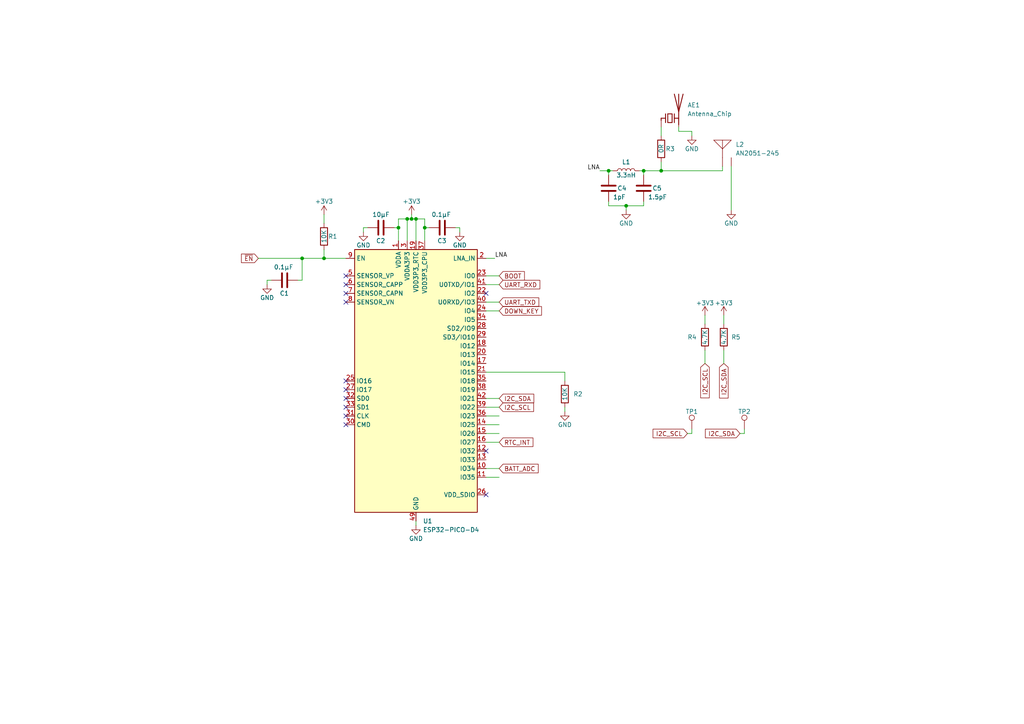
<source format=kicad_sch>
(kicad_sch (version 20230121) (generator eeschema)

  (uuid 57fe5b82-9fec-4d58-a3bc-a8f5086c9c8f)

  (paper "A4")

  (title_block
    (title "ChronoVolt_Control")
    (date "2023-10-07")
    (rev "0.1")
    (company "Final Resolution")
  )

  (lib_symbols
    (symbol "Connector:TestPoint" (pin_numbers hide) (pin_names (offset 0.762) hide) (in_bom yes) (on_board yes)
      (property "Reference" "TP" (at 0 6.858 0)
        (effects (font (size 1.27 1.27)))
      )
      (property "Value" "TestPoint" (at 0 5.08 0)
        (effects (font (size 1.27 1.27)))
      )
      (property "Footprint" "" (at 5.08 0 0)
        (effects (font (size 1.27 1.27)) hide)
      )
      (property "Datasheet" "~" (at 5.08 0 0)
        (effects (font (size 1.27 1.27)) hide)
      )
      (property "ki_keywords" "test point tp" (at 0 0 0)
        (effects (font (size 1.27 1.27)) hide)
      )
      (property "ki_description" "test point" (at 0 0 0)
        (effects (font (size 1.27 1.27)) hide)
      )
      (property "ki_fp_filters" "Pin* Test*" (at 0 0 0)
        (effects (font (size 1.27 1.27)) hide)
      )
      (symbol "TestPoint_0_1"
        (circle (center 0 3.302) (radius 0.762)
          (stroke (width 0) (type default))
          (fill (type none))
        )
      )
      (symbol "TestPoint_1_1"
        (pin passive line (at 0 0 90) (length 2.54)
          (name "1" (effects (font (size 1.27 1.27))))
          (number "1" (effects (font (size 1.27 1.27))))
        )
      )
    )
    (symbol "Device:Antenna_Chip" (pin_numbers hide) (pin_names (offset 1.016) hide) (in_bom yes) (on_board yes)
      (property "Reference" "AE" (at 0 5.08 0)
        (effects (font (size 1.27 1.27)) (justify right))
      )
      (property "Value" "Antenna_Chip" (at 0 3.175 0)
        (effects (font (size 1.27 1.27)) (justify right))
      )
      (property "Footprint" "" (at -2.54 4.445 0)
        (effects (font (size 1.27 1.27)) hide)
      )
      (property "Datasheet" "~" (at -2.54 4.445 0)
        (effects (font (size 1.27 1.27)) hide)
      )
      (property "ki_keywords" "antenna" (at 0 0 0)
        (effects (font (size 1.27 1.27)) hide)
      )
      (property "ki_description" "Ceramic chip antenna with pin for PCB trace" (at 0 0 0)
        (effects (font (size 1.27 1.27)) hide)
      )
      (symbol "Antenna_Chip_0_1"
        (polyline
          (pts
            (xy -2.54 0)
            (xy -2.54 -0.635)
          )
          (stroke (width 0.254) (type default))
          (fill (type none))
        )
        (polyline
          (pts
            (xy -2.54 0)
            (xy -1.27 0)
          )
          (stroke (width 0.254) (type default))
          (fill (type none))
        )
        (polyline
          (pts
            (xy 1.27 0)
            (xy 2.54 0)
          )
          (stroke (width 0.254) (type default))
          (fill (type none))
        )
        (polyline
          (pts
            (xy 1.27 1.27)
            (xy 1.27 -1.27)
          )
          (stroke (width 0.254) (type default))
          (fill (type none))
        )
        (polyline
          (pts
            (xy 2.54 -0.635)
            (xy 2.54 0)
          )
          (stroke (width 0) (type default))
          (fill (type none))
        )
        (polyline
          (pts
            (xy 2.54 6.985)
            (xy 2.54 -1.905)
          )
          (stroke (width 0.254) (type default))
          (fill (type none))
        )
        (polyline
          (pts
            (xy -1.27 1.27)
            (xy -1.27 -1.27)
            (xy -1.27 0)
          )
          (stroke (width 0.254) (type default))
          (fill (type none))
        )
        (polyline
          (pts
            (xy 3.81 6.985)
            (xy 2.54 1.905)
            (xy 1.27 6.985)
          )
          (stroke (width 0.254) (type default))
          (fill (type none))
        )
        (polyline
          (pts
            (xy -0.635 1.27)
            (xy 0.635 1.27)
            (xy 0.635 -1.27)
            (xy -0.635 -1.27)
            (xy -0.635 1.27)
          )
          (stroke (width 0.254) (type default))
          (fill (type none))
        )
      )
      (symbol "Antenna_Chip_1_1"
        (pin input line (at -2.54 -2.54 90) (length 2.54)
          (name "FEED" (effects (font (size 1.27 1.27))))
          (number "1" (effects (font (size 1.27 1.27))))
        )
        (pin passive line (at 2.54 -2.54 90) (length 2.54)
          (name "PCB_Trace" (effects (font (size 1.27 1.27))))
          (number "2" (effects (font (size 1.27 1.27))))
        )
      )
    )
    (symbol "Device:C" (pin_numbers hide) (pin_names (offset 0.254)) (in_bom yes) (on_board yes)
      (property "Reference" "C" (at 0.635 2.54 0)
        (effects (font (size 1.27 1.27)) (justify left))
      )
      (property "Value" "C" (at 0.635 -2.54 0)
        (effects (font (size 1.27 1.27)) (justify left))
      )
      (property "Footprint" "" (at 0.9652 -3.81 0)
        (effects (font (size 1.27 1.27)) hide)
      )
      (property "Datasheet" "~" (at 0 0 0)
        (effects (font (size 1.27 1.27)) hide)
      )
      (property "ki_keywords" "cap capacitor" (at 0 0 0)
        (effects (font (size 1.27 1.27)) hide)
      )
      (property "ki_description" "Unpolarized capacitor" (at 0 0 0)
        (effects (font (size 1.27 1.27)) hide)
      )
      (property "ki_fp_filters" "C_*" (at 0 0 0)
        (effects (font (size 1.27 1.27)) hide)
      )
      (symbol "C_0_1"
        (polyline
          (pts
            (xy -2.032 -0.762)
            (xy 2.032 -0.762)
          )
          (stroke (width 0.508) (type default))
          (fill (type none))
        )
        (polyline
          (pts
            (xy -2.032 0.762)
            (xy 2.032 0.762)
          )
          (stroke (width 0.508) (type default))
          (fill (type none))
        )
      )
      (symbol "C_1_1"
        (pin passive line (at 0 3.81 270) (length 2.794)
          (name "~" (effects (font (size 1.27 1.27))))
          (number "1" (effects (font (size 1.27 1.27))))
        )
        (pin passive line (at 0 -3.81 90) (length 2.794)
          (name "~" (effects (font (size 1.27 1.27))))
          (number "2" (effects (font (size 1.27 1.27))))
        )
      )
    )
    (symbol "Device:L" (pin_numbers hide) (pin_names (offset 1.016) hide) (in_bom yes) (on_board yes)
      (property "Reference" "L" (at -1.27 0 90)
        (effects (font (size 1.27 1.27)))
      )
      (property "Value" "L" (at 1.905 0 90)
        (effects (font (size 1.27 1.27)))
      )
      (property "Footprint" "" (at 0 0 0)
        (effects (font (size 1.27 1.27)) hide)
      )
      (property "Datasheet" "~" (at 0 0 0)
        (effects (font (size 1.27 1.27)) hide)
      )
      (property "ki_keywords" "inductor choke coil reactor magnetic" (at 0 0 0)
        (effects (font (size 1.27 1.27)) hide)
      )
      (property "ki_description" "Inductor" (at 0 0 0)
        (effects (font (size 1.27 1.27)) hide)
      )
      (property "ki_fp_filters" "Choke_* *Coil* Inductor_* L_*" (at 0 0 0)
        (effects (font (size 1.27 1.27)) hide)
      )
      (symbol "L_0_1"
        (arc (start 0 -2.54) (mid 0.6323 -1.905) (end 0 -1.27)
          (stroke (width 0) (type default))
          (fill (type none))
        )
        (arc (start 0 -1.27) (mid 0.6323 -0.635) (end 0 0)
          (stroke (width 0) (type default))
          (fill (type none))
        )
        (arc (start 0 0) (mid 0.6323 0.635) (end 0 1.27)
          (stroke (width 0) (type default))
          (fill (type none))
        )
        (arc (start 0 1.27) (mid 0.6323 1.905) (end 0 2.54)
          (stroke (width 0) (type default))
          (fill (type none))
        )
      )
      (symbol "L_1_1"
        (pin passive line (at 0 3.81 270) (length 1.27)
          (name "1" (effects (font (size 1.27 1.27))))
          (number "1" (effects (font (size 1.27 1.27))))
        )
        (pin passive line (at 0 -3.81 90) (length 1.27)
          (name "2" (effects (font (size 1.27 1.27))))
          (number "2" (effects (font (size 1.27 1.27))))
        )
      )
    )
    (symbol "Device:R" (pin_numbers hide) (pin_names (offset 0)) (in_bom yes) (on_board yes)
      (property "Reference" "R" (at 2.032 0 90)
        (effects (font (size 1.27 1.27)))
      )
      (property "Value" "R" (at 0 0 90)
        (effects (font (size 1.27 1.27)))
      )
      (property "Footprint" "" (at -1.778 0 90)
        (effects (font (size 1.27 1.27)) hide)
      )
      (property "Datasheet" "~" (at 0 0 0)
        (effects (font (size 1.27 1.27)) hide)
      )
      (property "ki_keywords" "R res resistor" (at 0 0 0)
        (effects (font (size 1.27 1.27)) hide)
      )
      (property "ki_description" "Resistor" (at 0 0 0)
        (effects (font (size 1.27 1.27)) hide)
      )
      (property "ki_fp_filters" "R_*" (at 0 0 0)
        (effects (font (size 1.27 1.27)) hide)
      )
      (symbol "R_0_1"
        (rectangle (start -1.016 -2.54) (end 1.016 2.54)
          (stroke (width 0.254) (type default))
          (fill (type none))
        )
      )
      (symbol "R_1_1"
        (pin passive line (at 0 3.81 270) (length 1.27)
          (name "~" (effects (font (size 1.27 1.27))))
          (number "1" (effects (font (size 1.27 1.27))))
        )
        (pin passive line (at 0 -3.81 90) (length 1.27)
          (name "~" (effects (font (size 1.27 1.27))))
          (number "2" (effects (font (size 1.27 1.27))))
        )
      )
    )
    (symbol "Final_WatchMe_Library:AN2051-245" (pin_numbers hide) (pin_names (offset 1.016) hide) (in_bom yes) (on_board yes)
      (property "Reference" "L" (at 0 6.35 0)
        (effects (font (size 1.27 1.27)))
      )
      (property "Value" "AN2051-245" (at 0 11.43 0)
        (effects (font (size 1.27 1.27)))
      )
      (property "Footprint" "" (at 0 1.27 0)
        (effects (font (size 1.27 1.27)) hide)
      )
      (property "Datasheet" "" (at 0 -3.81 0)
        (effects (font (size 1.27 1.27)) hide)
      )
      (symbol "AN2051-245_1_1"
        (polyline
          (pts
            (xy 0 1.27)
            (xy -2.54 3.81)
          )
          (stroke (width 0.1524) (type default))
          (fill (type none))
        )
        (polyline
          (pts
            (xy 0 1.27)
            (xy 0 -1.27)
          )
          (stroke (width 0.1524) (type default))
          (fill (type none))
        )
        (polyline
          (pts
            (xy 0 3.81)
            (xy 0 1.27)
          )
          (stroke (width 0.1524) (type default))
          (fill (type none))
        )
        (polyline
          (pts
            (xy 2.54 3.81)
            (xy -2.54 3.81)
          )
          (stroke (width 0.1524) (type default))
          (fill (type none))
        )
        (polyline
          (pts
            (xy 2.54 3.81)
            (xy 0 1.27)
          )
          (stroke (width 0.1524) (type default))
          (fill (type none))
        )
        (pin input line (at 0 -3.81 90) (length 2.54)
          (name "ANT" (effects (font (size 1.27 1.27))))
          (number "1" (effects (font (size 1.27 1.27))))
        )
        (pin input line (at 2.54 -3.81 90) (length 2.54)
          (name "2" (effects (font (size 1.27 1.27))))
          (number "2" (effects (font (size 1.27 1.27))))
        )
      )
    )
    (symbol "RF_Module:ESP32-PICO-D4" (in_bom yes) (on_board yes)
      (property "Reference" "U" (at -17.78 39.37 0)
        (effects (font (size 1.27 1.27)) (justify left))
      )
      (property "Value" "ESP32-PICO-D4" (at 3.81 39.37 0)
        (effects (font (size 1.27 1.27)) (justify left))
      )
      (property "Footprint" "Package_DFN_QFN:QFN-48-1EP_7x7mm_P0.5mm_EP5.3x5.3mm" (at 0 -43.18 0)
        (effects (font (size 1.27 1.27)) hide)
      )
      (property "Datasheet" "https://www.espressif.com/sites/default/files/documentation/esp32-pico-d4_datasheet_en.pdf" (at 6.35 -25.4 0)
        (effects (font (size 1.27 1.27)) hide)
      )
      (property "ki_keywords" "RF Radio BT ESP ESP32 Espressif external antenna" (at 0 0 0)
        (effects (font (size 1.27 1.27)) hide)
      )
      (property "ki_description" "RF Module, ESP32 SoC, Wi-Fi 802.11b/g/n, Bluetooth, BLE, 32-bit, 2.7-3.6V, external antenna, QFN-48" (at 0 0 0)
        (effects (font (size 1.27 1.27)) hide)
      )
      (property "ki_fp_filters" "QFN*1EP*7x7mm*P0.5mm*" (at 0 0 0)
        (effects (font (size 1.27 1.27)) hide)
      )
      (symbol "ESP32-PICO-D4_0_0"
        (pin power_in line (at -5.08 40.64 270) (length 2.54)
          (name "VDDA" (effects (font (size 1.27 1.27))))
          (number "1" (effects (font (size 1.27 1.27))))
        )
        (pin input line (at 20.32 -25.4 180) (length 2.54)
          (name "IO34" (effects (font (size 1.27 1.27))))
          (number "10" (effects (font (size 1.27 1.27))))
        )
        (pin input line (at 20.32 -27.94 180) (length 2.54)
          (name "IO35" (effects (font (size 1.27 1.27))))
          (number "11" (effects (font (size 1.27 1.27))))
        )
        (pin bidirectional line (at 20.32 -20.32 180) (length 2.54)
          (name "IO32" (effects (font (size 1.27 1.27))))
          (number "12" (effects (font (size 1.27 1.27))))
        )
        (pin bidirectional line (at 20.32 -22.86 180) (length 2.54)
          (name "IO33" (effects (font (size 1.27 1.27))))
          (number "13" (effects (font (size 1.27 1.27))))
        )
        (pin bidirectional line (at 20.32 -12.7 180) (length 2.54)
          (name "IO25" (effects (font (size 1.27 1.27))))
          (number "14" (effects (font (size 1.27 1.27))))
        )
        (pin bidirectional line (at 20.32 -15.24 180) (length 2.54)
          (name "IO26" (effects (font (size 1.27 1.27))))
          (number "15" (effects (font (size 1.27 1.27))))
        )
        (pin bidirectional line (at 20.32 -17.78 180) (length 2.54)
          (name "IO27" (effects (font (size 1.27 1.27))))
          (number "16" (effects (font (size 1.27 1.27))))
        )
        (pin bidirectional line (at 20.32 5.08 180) (length 2.54)
          (name "IO14" (effects (font (size 1.27 1.27))))
          (number "17" (effects (font (size 1.27 1.27))))
        )
        (pin bidirectional line (at 20.32 10.16 180) (length 2.54)
          (name "IO12" (effects (font (size 1.27 1.27))))
          (number "18" (effects (font (size 1.27 1.27))))
        )
        (pin power_in line (at 0 40.64 270) (length 2.54)
          (name "VDD3P3_RTC" (effects (font (size 1.27 1.27))))
          (number "19" (effects (font (size 1.27 1.27))))
        )
        (pin bidirectional line (at 20.32 35.56 180) (length 2.54)
          (name "LNA_IN" (effects (font (size 1.27 1.27))))
          (number "2" (effects (font (size 1.27 1.27))))
        )
        (pin bidirectional line (at 20.32 7.62 180) (length 2.54)
          (name "IO13" (effects (font (size 1.27 1.27))))
          (number "20" (effects (font (size 1.27 1.27))))
        )
        (pin bidirectional line (at 20.32 2.54 180) (length 2.54)
          (name "IO15" (effects (font (size 1.27 1.27))))
          (number "21" (effects (font (size 1.27 1.27))))
        )
        (pin bidirectional line (at 20.32 25.4 180) (length 2.54)
          (name "IO2" (effects (font (size 1.27 1.27))))
          (number "22" (effects (font (size 1.27 1.27))))
        )
        (pin bidirectional line (at 20.32 30.48 180) (length 2.54)
          (name "IO0" (effects (font (size 1.27 1.27))))
          (number "23" (effects (font (size 1.27 1.27))))
        )
        (pin bidirectional line (at 20.32 20.32 180) (length 2.54)
          (name "IO4" (effects (font (size 1.27 1.27))))
          (number "24" (effects (font (size 1.27 1.27))))
        )
        (pin bidirectional line (at -20.32 0 0) (length 2.54)
          (name "IO16" (effects (font (size 1.27 1.27))))
          (number "25" (effects (font (size 1.27 1.27))))
        )
        (pin power_out line (at 20.32 -33.02 180) (length 2.54)
          (name "VDD_SDIO" (effects (font (size 1.27 1.27))))
          (number "26" (effects (font (size 1.27 1.27))))
        )
        (pin bidirectional line (at -20.32 -2.54 0) (length 2.54)
          (name "IO17" (effects (font (size 1.27 1.27))))
          (number "27" (effects (font (size 1.27 1.27))))
        )
        (pin bidirectional line (at 20.32 15.24 180) (length 2.54)
          (name "SD2/IO9" (effects (font (size 1.27 1.27))))
          (number "28" (effects (font (size 1.27 1.27))))
        )
        (pin bidirectional line (at 20.32 12.7 180) (length 2.54)
          (name "SD3/IO10" (effects (font (size 1.27 1.27))))
          (number "29" (effects (font (size 1.27 1.27))))
        )
        (pin power_in line (at -2.54 40.64 270) (length 2.54)
          (name "VDDA3P3" (effects (font (size 1.27 1.27))))
          (number "3" (effects (font (size 1.27 1.27))))
        )
        (pin bidirectional line (at -20.32 -12.7 0) (length 2.54)
          (name "CMD" (effects (font (size 1.27 1.27))))
          (number "30" (effects (font (size 1.27 1.27))))
        )
        (pin bidirectional line (at -20.32 -10.16 0) (length 2.54)
          (name "CLK" (effects (font (size 1.27 1.27))))
          (number "31" (effects (font (size 1.27 1.27))))
        )
        (pin bidirectional line (at -20.32 -5.08 0) (length 2.54)
          (name "SD0" (effects (font (size 1.27 1.27))))
          (number "32" (effects (font (size 1.27 1.27))))
        )
        (pin bidirectional line (at -20.32 -7.62 0) (length 2.54)
          (name "SD1" (effects (font (size 1.27 1.27))))
          (number "33" (effects (font (size 1.27 1.27))))
        )
        (pin bidirectional line (at 20.32 17.78 180) (length 2.54)
          (name "IO5" (effects (font (size 1.27 1.27))))
          (number "34" (effects (font (size 1.27 1.27))))
        )
        (pin bidirectional line (at 20.32 0 180) (length 2.54)
          (name "IO18" (effects (font (size 1.27 1.27))))
          (number "35" (effects (font (size 1.27 1.27))))
        )
        (pin bidirectional line (at 20.32 -10.16 180) (length 2.54)
          (name "IO23" (effects (font (size 1.27 1.27))))
          (number "36" (effects (font (size 1.27 1.27))))
        )
        (pin power_in line (at 2.54 40.64 270) (length 2.54)
          (name "VDD3P3_CPU" (effects (font (size 1.27 1.27))))
          (number "37" (effects (font (size 1.27 1.27))))
        )
        (pin bidirectional line (at 20.32 -2.54 180) (length 2.54)
          (name "IO19" (effects (font (size 1.27 1.27))))
          (number "38" (effects (font (size 1.27 1.27))))
        )
        (pin bidirectional line (at 20.32 -7.62 180) (length 2.54)
          (name "IO22" (effects (font (size 1.27 1.27))))
          (number "39" (effects (font (size 1.27 1.27))))
        )
        (pin passive line (at -2.54 40.64 270) (length 2.54) hide
          (name "VDDA3P3" (effects (font (size 1.27 1.27))))
          (number "4" (effects (font (size 1.27 1.27))))
        )
        (pin bidirectional line (at 20.32 22.86 180) (length 2.54)
          (name "U0RXD/IO3" (effects (font (size 1.27 1.27))))
          (number "40" (effects (font (size 1.27 1.27))))
        )
        (pin bidirectional line (at 20.32 27.94 180) (length 2.54)
          (name "U0TXD/IO1" (effects (font (size 1.27 1.27))))
          (number "41" (effects (font (size 1.27 1.27))))
        )
        (pin bidirectional line (at 20.32 -5.08 180) (length 2.54)
          (name "IO21" (effects (font (size 1.27 1.27))))
          (number "42" (effects (font (size 1.27 1.27))))
        )
        (pin passive line (at -5.08 40.64 270) (length 2.54) hide
          (name "VDDA" (effects (font (size 1.27 1.27))))
          (number "43" (effects (font (size 1.27 1.27))))
        )
        (pin no_connect line (at -17.78 -25.4 0) (length 2.54) hide
          (name "XTAL_N_NC" (effects (font (size 1.27 1.27))))
          (number "44" (effects (font (size 1.27 1.27))))
        )
        (pin no_connect line (at -17.78 -27.94 0) (length 2.54) hide
          (name "XTAL_P_NC" (effects (font (size 1.27 1.27))))
          (number "45" (effects (font (size 1.27 1.27))))
        )
        (pin passive line (at -5.08 40.64 270) (length 2.54) hide
          (name "VDDA" (effects (font (size 1.27 1.27))))
          (number "46" (effects (font (size 1.27 1.27))))
        )
        (pin no_connect line (at -17.78 -30.48 0) (length 2.54) hide
          (name "CAP2_NC" (effects (font (size 1.27 1.27))))
          (number "47" (effects (font (size 1.27 1.27))))
        )
        (pin no_connect line (at -17.78 -33.02 0) (length 2.54) hide
          (name "CAP1_NC" (effects (font (size 1.27 1.27))))
          (number "48" (effects (font (size 1.27 1.27))))
        )
        (pin power_in line (at 0 -40.64 90) (length 2.54)
          (name "GND" (effects (font (size 1.27 1.27))))
          (number "49" (effects (font (size 1.27 1.27))))
        )
        (pin input line (at -20.32 30.48 0) (length 2.54)
          (name "SENSOR_VP" (effects (font (size 1.27 1.27))))
          (number "5" (effects (font (size 1.27 1.27))))
        )
        (pin input line (at -20.32 27.94 0) (length 2.54)
          (name "SENSOR_CAPP" (effects (font (size 1.27 1.27))))
          (number "6" (effects (font (size 1.27 1.27))))
        )
        (pin input line (at -20.32 25.4 0) (length 2.54)
          (name "SENSOR_CAPN" (effects (font (size 1.27 1.27))))
          (number "7" (effects (font (size 1.27 1.27))))
        )
        (pin input line (at -20.32 22.86 0) (length 2.54)
          (name "SENSOR_VN" (effects (font (size 1.27 1.27))))
          (number "8" (effects (font (size 1.27 1.27))))
        )
        (pin input line (at -20.32 35.56 0) (length 2.54)
          (name "EN" (effects (font (size 1.27 1.27))))
          (number "9" (effects (font (size 1.27 1.27))))
        )
      )
      (symbol "ESP32-PICO-D4_0_1"
        (rectangle (start -17.78 38.1) (end 17.78 -38.1)
          (stroke (width 0.254) (type default))
          (fill (type background))
        )
      )
    )
    (symbol "power:+3V3" (power) (pin_names (offset 0)) (in_bom yes) (on_board yes)
      (property "Reference" "#PWR" (at 0 -3.81 0)
        (effects (font (size 1.27 1.27)) hide)
      )
      (property "Value" "+3V3" (at 0 3.556 0)
        (effects (font (size 1.27 1.27)))
      )
      (property "Footprint" "" (at 0 0 0)
        (effects (font (size 1.27 1.27)) hide)
      )
      (property "Datasheet" "" (at 0 0 0)
        (effects (font (size 1.27 1.27)) hide)
      )
      (property "ki_keywords" "power-flag" (at 0 0 0)
        (effects (font (size 1.27 1.27)) hide)
      )
      (property "ki_description" "Power symbol creates a global label with name \"+3V3\"" (at 0 0 0)
        (effects (font (size 1.27 1.27)) hide)
      )
      (symbol "+3V3_0_1"
        (polyline
          (pts
            (xy -0.762 1.27)
            (xy 0 2.54)
          )
          (stroke (width 0) (type default))
          (fill (type none))
        )
        (polyline
          (pts
            (xy 0 0)
            (xy 0 2.54)
          )
          (stroke (width 0) (type default))
          (fill (type none))
        )
        (polyline
          (pts
            (xy 0 2.54)
            (xy 0.762 1.27)
          )
          (stroke (width 0) (type default))
          (fill (type none))
        )
      )
      (symbol "+3V3_1_1"
        (pin power_in line (at 0 0 90) (length 0) hide
          (name "+3V3" (effects (font (size 1.27 1.27))))
          (number "1" (effects (font (size 1.27 1.27))))
        )
      )
    )
    (symbol "power:GND" (power) (pin_names (offset 0)) (in_bom yes) (on_board yes)
      (property "Reference" "#PWR" (at 0 -6.35 0)
        (effects (font (size 1.27 1.27)) hide)
      )
      (property "Value" "GND" (at 0 -3.81 0)
        (effects (font (size 1.27 1.27)))
      )
      (property "Footprint" "" (at 0 0 0)
        (effects (font (size 1.27 1.27)) hide)
      )
      (property "Datasheet" "" (at 0 0 0)
        (effects (font (size 1.27 1.27)) hide)
      )
      (property "ki_keywords" "power-flag" (at 0 0 0)
        (effects (font (size 1.27 1.27)) hide)
      )
      (property "ki_description" "Power symbol creates a global label with name \"GND\" , ground" (at 0 0 0)
        (effects (font (size 1.27 1.27)) hide)
      )
      (symbol "GND_0_1"
        (polyline
          (pts
            (xy 0 0)
            (xy 0 -1.27)
            (xy 1.27 -1.27)
            (xy 0 -2.54)
            (xy -1.27 -1.27)
            (xy 0 -1.27)
          )
          (stroke (width 0) (type default))
          (fill (type none))
        )
      )
      (symbol "GND_1_1"
        (pin power_in line (at 0 0 270) (length 0) hide
          (name "GND" (effects (font (size 1.27 1.27))))
          (number "1" (effects (font (size 1.27 1.27))))
        )
      )
    )
  )

  (junction (at 120.65 63.5) (diameter 0) (color 0 0 0 0)
    (uuid 32aa65a2-7b17-4b07-b2a9-46b7a11559b7)
  )
  (junction (at 87.63 74.93) (diameter 0) (color 0 0 0 0)
    (uuid 3f07fae4-2ae6-4381-8ee6-f590322b8535)
  )
  (junction (at 93.98 74.93) (diameter 0) (color 0 0 0 0)
    (uuid 4767ebe0-d1a4-44e4-a012-b5dd336ebf16)
  )
  (junction (at 123.19 66.04) (diameter 0) (color 0 0 0 0)
    (uuid 4d9f2b1e-e634-4b05-be5b-a1ccd4daa1db)
  )
  (junction (at 186.69 49.53) (diameter 0) (color 0 0 0 0)
    (uuid 7540e769-a94a-475e-a0b8-42626513c233)
  )
  (junction (at 176.53 49.53) (diameter 0) (color 0 0 0 0)
    (uuid a4389212-d54f-4c1d-b1d8-7b428a89470d)
  )
  (junction (at 191.77 49.53) (diameter 0) (color 0 0 0 0)
    (uuid b8b2a0fd-6bca-4a59-9659-61b3fe7a4284)
  )
  (junction (at 181.61 59.69) (diameter 0) (color 0 0 0 0)
    (uuid c3551ff4-1891-46ae-b650-ec5148908ef7)
  )
  (junction (at 119.38 63.5) (diameter 0) (color 0 0 0 0)
    (uuid cd3607fc-53e7-4d3b-89de-45e28c919bc9)
  )
  (junction (at 118.11 63.5) (diameter 0) (color 0 0 0 0)
    (uuid cff250f4-d588-435d-9172-b66ff14aa332)
  )
  (junction (at 115.57 66.04) (diameter 0) (color 0 0 0 0)
    (uuid d44ca6ad-4c2b-48f5-8b67-91fc6c51ccc3)
  )

  (no_connect (at 140.97 143.51) (uuid 892d0391-222b-4fe7-a1b4-783bcda92132))
  (no_connect (at 140.97 85.09) (uuid d3547084-a2b2-4603-934b-567d1e323b79))
  (no_connect (at 100.33 80.01) (uuid d3547084-a2b2-4603-934b-567d1e323b7a))
  (no_connect (at 100.33 82.55) (uuid d3547084-a2b2-4603-934b-567d1e323b7b))
  (no_connect (at 100.33 85.09) (uuid d3547084-a2b2-4603-934b-567d1e323b7c))
  (no_connect (at 100.33 87.63) (uuid d3547084-a2b2-4603-934b-567d1e323b7d))
  (no_connect (at 140.97 130.81) (uuid d3547084-a2b2-4603-934b-567d1e323b7f))
  (no_connect (at 100.33 118.11) (uuid d3547084-a2b2-4603-934b-567d1e323b80))
  (no_connect (at 100.33 120.65) (uuid d3547084-a2b2-4603-934b-567d1e323b81))
  (no_connect (at 100.33 113.03) (uuid d3547084-a2b2-4603-934b-567d1e323b82))
  (no_connect (at 100.33 115.57) (uuid d3547084-a2b2-4603-934b-567d1e323b83))
  (no_connect (at 100.33 123.19) (uuid d3547084-a2b2-4603-934b-567d1e323b84))
  (no_connect (at 100.33 110.49) (uuid d3547084-a2b2-4603-934b-567d1e323b85))

  (wire (pts (xy 214.63 125.73) (xy 215.9 125.73))
    (stroke (width 0) (type default))
    (uuid 010f74a1-234f-4dc7-a2f9-eab3c9af58af)
  )
  (wire (pts (xy 196.85 36.83) (xy 196.85 38.1))
    (stroke (width 0) (type default))
    (uuid 05cd3ac5-a737-4608-9ebb-5f806488e290)
  )
  (wire (pts (xy 185.42 49.53) (xy 186.69 49.53))
    (stroke (width 0) (type default))
    (uuid 06fb2750-b1dc-46af-b59b-32fc922872ee)
  )
  (wire (pts (xy 115.57 66.04) (xy 115.57 63.5))
    (stroke (width 0) (type default))
    (uuid 0af2d313-7ec8-44a5-ae82-de8896c85741)
  )
  (wire (pts (xy 119.38 63.5) (xy 119.38 62.23))
    (stroke (width 0) (type default))
    (uuid 0d335929-6c02-49e7-aaac-eb536bfa917f)
  )
  (wire (pts (xy 186.69 49.53) (xy 186.69 50.8))
    (stroke (width 0) (type default))
    (uuid 0d754d0e-ea2a-4489-90f1-c31a56e6a8fc)
  )
  (wire (pts (xy 140.97 90.17) (xy 144.78 90.17))
    (stroke (width 0) (type default))
    (uuid 0e393c44-a41b-4198-8cd4-df51fb981712)
  )
  (wire (pts (xy 77.47 81.28) (xy 78.74 81.28))
    (stroke (width 0) (type default))
    (uuid 0f21fdae-9601-4b60-af08-731138ed32d2)
  )
  (wire (pts (xy 120.65 151.13) (xy 120.65 152.4))
    (stroke (width 0) (type default))
    (uuid 0ff13386-cf7e-41f0-ae57-ede6d130d51a)
  )
  (wire (pts (xy 118.11 63.5) (xy 118.11 69.85))
    (stroke (width 0) (type default))
    (uuid 16f5f92f-fd15-4271-a3a2-49404fd294e4)
  )
  (wire (pts (xy 74.93 74.93) (xy 87.63 74.93))
    (stroke (width 0) (type default))
    (uuid 1af48f44-1743-43fe-b3d7-507eb5f0a2ec)
  )
  (wire (pts (xy 140.97 125.73) (xy 144.78 125.73))
    (stroke (width 0) (type default))
    (uuid 1deba38a-5492-47a0-841e-b4a4b007e383)
  )
  (wire (pts (xy 200.66 38.1) (xy 200.66 39.37))
    (stroke (width 0) (type default))
    (uuid 1ee6df38-a88c-413a-ab80-22040b507319)
  )
  (wire (pts (xy 140.97 107.95) (xy 163.83 107.95))
    (stroke (width 0) (type default))
    (uuid 22deeb63-1dc9-4d09-a4f7-c6dcf2277d3e)
  )
  (wire (pts (xy 77.47 82.55) (xy 77.47 81.28))
    (stroke (width 0) (type default))
    (uuid 245e9ca2-86aa-4b70-be7d-3dc782f74671)
  )
  (wire (pts (xy 140.97 135.89) (xy 144.78 135.89))
    (stroke (width 0) (type default))
    (uuid 27b2d6c5-fd28-4f96-a048-40b596d6a04c)
  )
  (wire (pts (xy 120.65 69.85) (xy 120.65 63.5))
    (stroke (width 0) (type default))
    (uuid 2820d714-484d-434a-ade1-d5b3e51d5362)
  )
  (wire (pts (xy 209.931 105.41) (xy 209.931 101.6))
    (stroke (width 0) (type default))
    (uuid 2a3c5c1d-c8d4-428f-a4cf-d2af91086d59)
  )
  (wire (pts (xy 199.39 125.73) (xy 200.66 125.73))
    (stroke (width 0) (type default))
    (uuid 2b940446-5df0-43c1-a42c-5d6084c6fe04)
  )
  (wire (pts (xy 115.57 63.5) (xy 118.11 63.5))
    (stroke (width 0) (type default))
    (uuid 3210cd85-f1ad-4a81-9077-90186d70dfb7)
  )
  (wire (pts (xy 191.77 46.99) (xy 191.77 49.53))
    (stroke (width 0) (type default))
    (uuid 33f42c77-fa2e-40bc-a1c3-bcf6c595249b)
  )
  (wire (pts (xy 196.85 38.1) (xy 200.66 38.1))
    (stroke (width 0) (type default))
    (uuid 3736c450-c608-48d5-89a4-81744703ea6a)
  )
  (wire (pts (xy 140.97 80.01) (xy 144.78 80.01))
    (stroke (width 0) (type default))
    (uuid 37ed3e4e-846a-48c7-a166-9f590719e2d5)
  )
  (wire (pts (xy 93.98 74.93) (xy 100.33 74.93))
    (stroke (width 0) (type default))
    (uuid 3b768fea-2bf6-4423-a4e7-3ce5b63b5f4d)
  )
  (wire (pts (xy 87.63 74.93) (xy 93.98 74.93))
    (stroke (width 0) (type default))
    (uuid 3f799f93-7fd5-47ba-aea1-6bd6a556662f)
  )
  (wire (pts (xy 123.19 69.85) (xy 123.19 66.04))
    (stroke (width 0) (type default))
    (uuid 4050c733-0a12-4bf3-9809-4ade560ca8b9)
  )
  (wire (pts (xy 163.83 118.11) (xy 163.83 119.38))
    (stroke (width 0) (type default))
    (uuid 46e5df49-a531-4819-a5d6-d855295fd429)
  )
  (wire (pts (xy 120.65 63.5) (xy 123.19 63.5))
    (stroke (width 0) (type default))
    (uuid 49850458-c6a7-4f9a-94ea-d2111c17e3e5)
  )
  (wire (pts (xy 204.47 105.41) (xy 204.47 101.6))
    (stroke (width 0) (type default))
    (uuid 49d519d3-e6dd-4c40-87cf-0ce927424299)
  )
  (wire (pts (xy 186.69 59.69) (xy 186.69 58.42))
    (stroke (width 0) (type default))
    (uuid 4be7f5f7-41ae-40c6-af4b-e142cf033c7c)
  )
  (wire (pts (xy 140.97 120.65) (xy 144.78 120.65))
    (stroke (width 0) (type default))
    (uuid 5104b198-8004-46c4-882d-fa98251eb0a9)
  )
  (wire (pts (xy 115.57 69.85) (xy 115.57 66.04))
    (stroke (width 0) (type default))
    (uuid 5302ee3b-5b51-4d29-b783-3d7e85c12927)
  )
  (wire (pts (xy 119.38 63.5) (xy 120.65 63.5))
    (stroke (width 0) (type default))
    (uuid 53b2b842-00f4-404e-9147-90b361bd83cc)
  )
  (wire (pts (xy 181.61 59.69) (xy 186.69 59.69))
    (stroke (width 0) (type default))
    (uuid 6029306a-cb29-48fb-a49f-a7585067bb92)
  )
  (wire (pts (xy 140.97 87.63) (xy 144.78 87.63))
    (stroke (width 0) (type default))
    (uuid 634e7e73-d5db-4f98-af1f-bf982211df6e)
  )
  (wire (pts (xy 140.97 138.43) (xy 144.78 138.43))
    (stroke (width 0) (type default))
    (uuid 64bcec80-52e7-43d5-b915-9d16885e27de)
  )
  (wire (pts (xy 176.53 59.69) (xy 181.61 59.69))
    (stroke (width 0) (type default))
    (uuid 64c5aadf-73db-47cd-834c-0506624c48b8)
  )
  (wire (pts (xy 212.09 48.26) (xy 212.09 60.96))
    (stroke (width 0) (type default))
    (uuid 6cf088f8-d45f-4c82-9303-d090c4808bac)
  )
  (wire (pts (xy 204.47 91.44) (xy 204.47 93.98))
    (stroke (width 0) (type default))
    (uuid 712ae58a-0475-4ac2-bc4c-ca3ca9c202e9)
  )
  (wire (pts (xy 181.61 59.69) (xy 181.61 60.96))
    (stroke (width 0) (type default))
    (uuid 74c8cab2-faf8-49ca-89d7-6c053220f9c0)
  )
  (wire (pts (xy 86.36 81.28) (xy 87.63 81.28))
    (stroke (width 0) (type default))
    (uuid 7bb4e565-3fa8-42ae-a966-e542de6b2c21)
  )
  (wire (pts (xy 186.69 49.53) (xy 191.77 49.53))
    (stroke (width 0) (type default))
    (uuid 7fe31c08-be52-4e84-8778-a38ebbaca4f4)
  )
  (wire (pts (xy 140.97 82.55) (xy 144.78 82.55))
    (stroke (width 0) (type default))
    (uuid 82058c5e-e80f-42a6-a807-9bf276c00733)
  )
  (wire (pts (xy 173.99 49.53) (xy 176.53 49.53))
    (stroke (width 0) (type default))
    (uuid 84a18d21-757d-4b48-a9fb-520432238e37)
  )
  (wire (pts (xy 163.83 107.95) (xy 163.83 110.49))
    (stroke (width 0) (type default))
    (uuid 88ce71e2-7381-4d90-b118-ddcc81959b87)
  )
  (wire (pts (xy 124.46 66.04) (xy 123.19 66.04))
    (stroke (width 0) (type default))
    (uuid 88d72fc3-d6eb-47e4-a3ba-430296a0fde9)
  )
  (wire (pts (xy 209.55 49.53) (xy 209.55 48.26))
    (stroke (width 0) (type default))
    (uuid 8ce97cdd-aae8-45bf-a24b-84d81ae67557)
  )
  (wire (pts (xy 140.97 115.57) (xy 144.78 115.57))
    (stroke (width 0) (type default))
    (uuid 90a209fa-e51b-4e2f-80bd-84d3b9bfdb4d)
  )
  (wire (pts (xy 114.3 66.04) (xy 115.57 66.04))
    (stroke (width 0) (type default))
    (uuid 911a43ae-f152-4f85-bbb0-3697e34bdc86)
  )
  (wire (pts (xy 200.66 125.73) (xy 200.66 124.46))
    (stroke (width 0) (type default))
    (uuid 91ab4d47-7513-4150-8cea-96206e13cdf9)
  )
  (wire (pts (xy 93.98 62.23) (xy 93.98 64.77))
    (stroke (width 0) (type default))
    (uuid 95cabde7-0e0d-4911-aaa7-844549e94a9c)
  )
  (wire (pts (xy 176.53 49.53) (xy 177.8 49.53))
    (stroke (width 0) (type default))
    (uuid 986ce9b0-8841-428d-b511-45834875782b)
  )
  (wire (pts (xy 215.9 125.73) (xy 215.9 124.46))
    (stroke (width 0) (type default))
    (uuid a3956753-7b9e-4de0-99e9-55bca1e1595f)
  )
  (wire (pts (xy 176.53 50.8) (xy 176.53 49.53))
    (stroke (width 0) (type default))
    (uuid a9337a16-368a-4a41-be3c-8792eb15fa3e)
  )
  (wire (pts (xy 140.97 128.27) (xy 144.78 128.27))
    (stroke (width 0) (type default))
    (uuid b089be85-98dd-44c4-bed2-11f7534b3146)
  )
  (wire (pts (xy 118.11 63.5) (xy 119.38 63.5))
    (stroke (width 0) (type default))
    (uuid b7be8c4d-0ce8-46c9-9b23-3b099e877cdd)
  )
  (wire (pts (xy 140.97 118.11) (xy 144.78 118.11))
    (stroke (width 0) (type default))
    (uuid ba545daa-8c46-48ec-accc-cf0d5257c08c)
  )
  (wire (pts (xy 87.63 74.93) (xy 87.63 81.28))
    (stroke (width 0) (type default))
    (uuid bded3a54-1693-4d47-9ee0-f4db15e4f140)
  )
  (wire (pts (xy 132.08 66.04) (xy 133.35 66.04))
    (stroke (width 0) (type default))
    (uuid cb737928-ce0a-4a65-9448-aa706e9d6fbf)
  )
  (wire (pts (xy 176.53 58.42) (xy 176.53 59.69))
    (stroke (width 0) (type default))
    (uuid d4ef95fa-143f-4220-93a9-e5d5c0a7da1e)
  )
  (wire (pts (xy 191.77 49.53) (xy 209.55 49.53))
    (stroke (width 0) (type default))
    (uuid d705eb70-df31-44f0-8c35-fca494e111ee)
  )
  (wire (pts (xy 105.41 67.31) (xy 105.41 66.04))
    (stroke (width 0) (type default))
    (uuid d715fd5c-94fb-4098-9982-f9c501eaee49)
  )
  (wire (pts (xy 191.77 36.83) (xy 191.77 39.37))
    (stroke (width 0) (type default))
    (uuid d72da5a6-cb27-4118-ad82-232487f790e5)
  )
  (wire (pts (xy 140.97 123.19) (xy 144.78 123.19))
    (stroke (width 0) (type default))
    (uuid de74ef78-37d7-4a91-8d1d-489e40b7336a)
  )
  (wire (pts (xy 133.35 66.04) (xy 133.35 67.31))
    (stroke (width 0) (type default))
    (uuid f080171d-f552-4d1a-ab26-c9b21340dcff)
  )
  (wire (pts (xy 105.41 66.04) (xy 106.68 66.04))
    (stroke (width 0) (type default))
    (uuid f4dd1c9b-05c0-4292-a819-90dc6fd9af95)
  )
  (wire (pts (xy 140.97 74.93) (xy 143.51 74.93))
    (stroke (width 0) (type default))
    (uuid f6a49ff8-91cf-49a4-a717-a0081953ffc8)
  )
  (wire (pts (xy 93.98 72.39) (xy 93.98 74.93))
    (stroke (width 0) (type default))
    (uuid fc4a1297-89a1-4ab4-b571-f5ef8739dc5d)
  )
  (wire (pts (xy 123.19 63.5) (xy 123.19 66.04))
    (stroke (width 0) (type default))
    (uuid fe3ba7f3-2664-442b-beea-67ebf1b8048f)
  )
  (wire (pts (xy 209.931 91.44) (xy 209.931 93.98))
    (stroke (width 0) (type default))
    (uuid fff2299d-bf78-49ff-9a59-e0811c230692)
  )

  (label "LNA" (at 143.51 74.93 0) (fields_autoplaced)
    (effects (font (size 1.27 1.27)) (justify left bottom))
    (uuid 61d63924-e606-4ab6-98a9-5b2daa963bfc)
  )
  (label "LNA" (at 173.99 49.53 180) (fields_autoplaced)
    (effects (font (size 1.27 1.27)) (justify right bottom))
    (uuid 975fd264-9bd9-4691-858b-ffeefedd60f9)
  )

  (global_label "I2C_SDA" (shape input) (at 214.63 125.73 180) (fields_autoplaced)
    (effects (font (size 1.27 1.27)) (justify right))
    (uuid 0bbb0804-b33c-4f7f-ae47-ddc215ab3e9d)
    (property "Intersheetrefs" "${INTERSHEET_REFS}" (at 204.5969 125.6506 0)
      (effects (font (size 1.27 1.27)) (justify right) hide)
    )
  )
  (global_label "BATT_ADC" (shape input) (at 144.78 135.89 0) (fields_autoplaced)
    (effects (font (size 1.27 1.27)) (justify left))
    (uuid 3613f763-9c14-4f53-b219-3712514beceb)
    (property "Intersheetrefs" "${INTERSHEET_REFS}" (at 156.0831 135.8106 0)
      (effects (font (size 1.27 1.27)) (justify left) hide)
    )
  )
  (global_label "I2C_SCL" (shape input) (at 199.39 125.73 180) (fields_autoplaced)
    (effects (font (size 1.27 1.27)) (justify right))
    (uuid 474a7c05-8366-42ad-ab70-38f8b409ae4b)
    (property "Intersheetrefs" "${INTERSHEET_REFS}" (at 189.4174 125.6506 0)
      (effects (font (size 1.27 1.27)) (justify right) hide)
    )
  )
  (global_label "RTC_INT" (shape input) (at 144.78 128.27 0) (fields_autoplaced)
    (effects (font (size 1.27 1.27)) (justify left))
    (uuid 5b52d64a-5c23-4da0-ba35-c754b68f8d37)
    (property "Intersheetrefs" "${INTERSHEET_REFS}" (at 154.5712 128.1906 0)
      (effects (font (size 1.27 1.27)) (justify left) hide)
    )
  )
  (global_label "UART_TXD" (shape input) (at 144.78 87.63 0) (fields_autoplaced)
    (effects (font (size 1.27 1.27)) (justify left))
    (uuid 7e0dd5e7-a8a6-4f2a-a9bd-204c58c28715)
    (property "Intersheetrefs" "${INTERSHEET_REFS}" (at -36.83 2.54 0)
      (effects (font (size 1.27 1.27)) hide)
    )
  )
  (global_label "I2C_SDA" (shape input) (at 209.931 105.41 270) (fields_autoplaced)
    (effects (font (size 1.27 1.27)) (justify right))
    (uuid 8c1fa7d1-f370-432f-a41c-f79849b43356)
    (property "Intersheetrefs" "${INTERSHEET_REFS}" (at 209.8516 115.4431 90)
      (effects (font (size 1.27 1.27)) (justify right) hide)
    )
  )
  (global_label "BOOT" (shape input) (at 144.78 80.01 0) (fields_autoplaced)
    (effects (font (size 1.27 1.27)) (justify left))
    (uuid 91266cf5-0606-489a-ba50-8c415e31bc4e)
    (property "Intersheetrefs" "${INTERSHEET_REFS}" (at 152.0917 79.9306 0)
      (effects (font (size 1.27 1.27)) (justify left) hide)
    )
  )
  (global_label "UART_RXD" (shape input) (at 144.78 82.55 0) (fields_autoplaced)
    (effects (font (size 1.27 1.27)) (justify left))
    (uuid 950b0094-4240-4c07-9572-ba3d73e636d3)
    (property "Intersheetrefs" "${INTERSHEET_REFS}" (at -36.83 -5.08 0)
      (effects (font (size 1.27 1.27)) hide)
    )
  )
  (global_label "~{EN}" (shape input) (at 74.93 74.93 180) (fields_autoplaced)
    (effects (font (size 1.27 1.27)) (justify right))
    (uuid 9a0ab43e-6c8a-430a-bf8c-e8d191542a3a)
    (property "Intersheetrefs" "${INTERSHEET_REFS}" (at 70.0374 74.8506 0)
      (effects (font (size 1.27 1.27)) (justify right) hide)
    )
  )
  (global_label "I2C_SCL" (shape input) (at 144.78 118.11 0) (fields_autoplaced)
    (effects (font (size 1.27 1.27)) (justify left))
    (uuid a8fed6e3-dfd0-4554-9f11-8092d98cbde8)
    (property "Intersheetrefs" "${INTERSHEET_REFS}" (at 154.7526 118.1894 0)
      (effects (font (size 1.27 1.27)) (justify left) hide)
    )
  )
  (global_label "I2C_SDA" (shape input) (at 144.78 115.57 0) (fields_autoplaced)
    (effects (font (size 1.27 1.27)) (justify left))
    (uuid ba94fbce-73ba-49f3-b809-0977102d9042)
    (property "Intersheetrefs" "${INTERSHEET_REFS}" (at 154.8131 115.6494 0)
      (effects (font (size 1.27 1.27)) (justify left) hide)
    )
  )
  (global_label "DOWN_KEY" (shape input) (at 144.78 90.17 0) (fields_autoplaced)
    (effects (font (size 1.27 1.27)) (justify left))
    (uuid e436140a-1f61-42bb-8c77-8251ccee37dc)
    (property "Intersheetrefs" "${INTERSHEET_REFS}" (at 157.0507 90.2494 0)
      (effects (font (size 1.27 1.27)) (justify left) hide)
    )
  )
  (global_label "I2C_SCL" (shape input) (at 204.47 105.41 270) (fields_autoplaced)
    (effects (font (size 1.27 1.27)) (justify right))
    (uuid faba1e6c-680e-493f-971f-3358fc6e2d7d)
    (property "Intersheetrefs" "${INTERSHEET_REFS}" (at 204.3906 115.3826 90)
      (effects (font (size 1.27 1.27)) (justify right) hide)
    )
  )

  (symbol (lib_id "power:+3V3") (at 93.98 62.23 0) (unit 1)
    (in_bom yes) (on_board yes) (dnp no)
    (uuid 01fa95e4-f3ed-4dea-a11f-fa3c95cfd9d0)
    (property "Reference" "#PWR02" (at 93.98 66.04 0)
      (effects (font (size 1.27 1.27)) hide)
    )
    (property "Value" "+3V3" (at 93.98 58.42 0)
      (effects (font (size 1.27 1.27)))
    )
    (property "Footprint" "" (at 93.98 62.23 0)
      (effects (font (size 1.27 1.27)) hide)
    )
    (property "Datasheet" "" (at 93.98 62.23 0)
      (effects (font (size 1.27 1.27)) hide)
    )
    (pin "1" (uuid c44eb01f-b586-468d-bf6f-7ba171711435))
    (instances
      (project "Final_WatchMe_RevA"
        (path "/144a9aa9-dd6d-4047-bc8c-4c0fde6143eb/3a098d08-0227-413b-9f46-c9301dab0312"
          (reference "#PWR02") (unit 1)
        )
      )
      (project "ChronoVolt_Control"
        (path "/cceb3d39-99f1-4cc7-aa1d-f414cbebc8ea/827c2556-39de-483d-9d3e-11f50dc6c9bc"
          (reference "#PWR02") (unit 1)
        )
      )
    )
  )

  (symbol (lib_id "Final_WatchMe_Library:AN2051-245") (at 209.55 44.45 0) (unit 1)
    (in_bom yes) (on_board yes) (dnp no) (fields_autoplaced)
    (uuid 033b37fb-aded-44e0-b413-3383d65f597d)
    (property "Reference" "L2" (at 213.36 41.9099 0)
      (effects (font (size 1.27 1.27)) (justify left))
    )
    (property "Value" "AN2051-245" (at 213.36 44.4499 0)
      (effects (font (size 1.27 1.27)) (justify left))
    )
    (property "Footprint" "RF_Antenna:Johanson_2450AT43F0100" (at 209.55 43.18 0)
      (effects (font (size 1.27 1.27)) hide)
    )
    (property "Datasheet" "" (at 209.55 48.26 0)
      (effects (font (size 1.27 1.27)) hide)
    )
    (pin "1" (uuid 2501cc85-cf42-4f35-ad2d-29d3562d9469))
    (pin "2" (uuid b24653d5-607c-46a6-93e5-115ed1addd5c))
    (instances
      (project "Final_WatchMe_RevA"
        (path "/144a9aa9-dd6d-4047-bc8c-4c0fde6143eb/3a098d08-0227-413b-9f46-c9301dab0312"
          (reference "L2") (unit 1)
        )
      )
      (project "ChronoVolt_Control"
        (path "/cceb3d39-99f1-4cc7-aa1d-f414cbebc8ea/827c2556-39de-483d-9d3e-11f50dc6c9bc"
          (reference "L2") (unit 1)
        )
      )
    )
  )

  (symbol (lib_id "Device:R") (at 93.98 68.58 180) (unit 1)
    (in_bom yes) (on_board yes) (dnp no)
    (uuid 0e812081-52b0-4507-9970-6f79f76bf47c)
    (property "Reference" "R1" (at 96.52 68.58 0)
      (effects (font (size 1.27 1.27)))
    )
    (property "Value" "10K" (at 93.98 68.58 90)
      (effects (font (size 1.27 1.27)))
    )
    (property "Footprint" "Resistor_SMD:R_0402_1005Metric" (at 95.758 68.58 90)
      (effects (font (size 1.27 1.27)) hide)
    )
    (property "Datasheet" "~" (at 93.98 68.58 0)
      (effects (font (size 1.27 1.27)) hide)
    )
    (pin "1" (uuid 27f39718-fb7b-48e1-b21f-c8e4b747bf69))
    (pin "2" (uuid 07985846-c645-416c-a132-3b64067adc30))
    (instances
      (project "Final_WatchMe_RevA"
        (path "/144a9aa9-dd6d-4047-bc8c-4c0fde6143eb/3a098d08-0227-413b-9f46-c9301dab0312"
          (reference "R1") (unit 1)
        )
      )
      (project "ChronoVolt_Control"
        (path "/cceb3d39-99f1-4cc7-aa1d-f414cbebc8ea/827c2556-39de-483d-9d3e-11f50dc6c9bc"
          (reference "R1") (unit 1)
        )
      )
    )
  )

  (symbol (lib_id "power:+3V3") (at 119.38 62.23 0) (unit 1)
    (in_bom yes) (on_board yes) (dnp no)
    (uuid 15d2568a-cd2f-4a54-a998-e2f3ad0532f5)
    (property "Reference" "#PWR04" (at 119.38 66.04 0)
      (effects (font (size 1.27 1.27)) hide)
    )
    (property "Value" "+3V3" (at 119.38 58.42 0)
      (effects (font (size 1.27 1.27)))
    )
    (property "Footprint" "" (at 119.38 62.23 0)
      (effects (font (size 1.27 1.27)) hide)
    )
    (property "Datasheet" "" (at 119.38 62.23 0)
      (effects (font (size 1.27 1.27)) hide)
    )
    (pin "1" (uuid 540e4bb5-1c70-4b5c-a834-9cdb8ddfed66))
    (instances
      (project "Final_WatchMe_RevA"
        (path "/144a9aa9-dd6d-4047-bc8c-4c0fde6143eb/3a098d08-0227-413b-9f46-c9301dab0312"
          (reference "#PWR04") (unit 1)
        )
      )
      (project "ChronoVolt_Control"
        (path "/cceb3d39-99f1-4cc7-aa1d-f414cbebc8ea/827c2556-39de-483d-9d3e-11f50dc6c9bc"
          (reference "#PWR04") (unit 1)
        )
      )
    )
  )

  (symbol (lib_id "Device:L") (at 181.61 49.53 90) (unit 1)
    (in_bom yes) (on_board yes) (dnp no)
    (uuid 1e6d5458-4b42-415f-9423-2bbc44b8eb89)
    (property "Reference" "L1" (at 181.61 46.99 90)
      (effects (font (size 1.27 1.27)))
    )
    (property "Value" "3.3nH" (at 181.61 50.8 90)
      (effects (font (size 1.27 1.27)))
    )
    (property "Footprint" "Inductor_SMD:L_0603_1608Metric" (at 181.61 49.53 0)
      (effects (font (size 1.27 1.27)) hide)
    )
    (property "Datasheet" "~" (at 181.61 49.53 0)
      (effects (font (size 1.27 1.27)) hide)
    )
    (pin "1" (uuid ee395760-4271-4cd0-b22d-b460549088ab))
    (pin "2" (uuid 8fe2f0bf-3383-4a91-b77e-bf919e778537))
    (instances
      (project "Final_WatchMe_RevA"
        (path "/144a9aa9-dd6d-4047-bc8c-4c0fde6143eb/3a098d08-0227-413b-9f46-c9301dab0312"
          (reference "L1") (unit 1)
        )
      )
      (project "ChronoVolt_Control"
        (path "/cceb3d39-99f1-4cc7-aa1d-f414cbebc8ea/827c2556-39de-483d-9d3e-11f50dc6c9bc"
          (reference "L1") (unit 1)
        )
      )
    )
  )

  (symbol (lib_id "Connector:TestPoint") (at 215.9 124.46 0) (unit 1)
    (in_bom yes) (on_board yes) (dnp no)
    (uuid 1eeea5a2-6e95-4b54-9d6a-5b6831dfd5df)
    (property "Reference" "TP2" (at 215.9 119.38 0)
      (effects (font (size 1.27 1.27)))
    )
    (property "Value" "TestPoint" (at 218.44 122.4279 0)
      (effects (font (size 1.27 1.27)) (justify left) hide)
    )
    (property "Footprint" "TestPoint:TestPoint_Pad_D1.0mm" (at 220.98 124.46 0)
      (effects (font (size 1.27 1.27)) hide)
    )
    (property "Datasheet" "~" (at 220.98 124.46 0)
      (effects (font (size 1.27 1.27)) hide)
    )
    (pin "1" (uuid b8d36ab9-d86e-447f-809b-707458931bdf))
    (instances
      (project "Final_WatchMe_RevA"
        (path "/144a9aa9-dd6d-4047-bc8c-4c0fde6143eb/3a098d08-0227-413b-9f46-c9301dab0312"
          (reference "TP2") (unit 1)
        )
      )
      (project "ChronoVolt_Control"
        (path "/cceb3d39-99f1-4cc7-aa1d-f414cbebc8ea/827c2556-39de-483d-9d3e-11f50dc6c9bc"
          (reference "TP2") (unit 1)
        )
      )
    )
  )

  (symbol (lib_id "power:+3V3") (at 204.47 91.44 0) (unit 1)
    (in_bom yes) (on_board yes) (dnp no)
    (uuid 2a71ed24-a33a-4e84-aec8-4429b7908824)
    (property "Reference" "#PWR010" (at 204.47 95.25 0)
      (effects (font (size 1.27 1.27)) hide)
    )
    (property "Value" "+3V3" (at 204.47 87.884 0)
      (effects (font (size 1.27 1.27)))
    )
    (property "Footprint" "" (at 204.47 91.44 0)
      (effects (font (size 1.27 1.27)) hide)
    )
    (property "Datasheet" "" (at 204.47 91.44 0)
      (effects (font (size 1.27 1.27)) hide)
    )
    (pin "1" (uuid 051b87dc-0ae9-43ed-a040-ed18b74976a3))
    (instances
      (project "Final_WatchMe_RevA"
        (path "/144a9aa9-dd6d-4047-bc8c-4c0fde6143eb/3a098d08-0227-413b-9f46-c9301dab0312"
          (reference "#PWR010") (unit 1)
        )
      )
      (project "ChronoVolt_Control"
        (path "/cceb3d39-99f1-4cc7-aa1d-f414cbebc8ea/827c2556-39de-483d-9d3e-11f50dc6c9bc"
          (reference "#PWR010") (unit 1)
        )
      )
    )
  )

  (symbol (lib_id "RF_Module:ESP32-PICO-D4") (at 120.65 110.49 0) (unit 1)
    (in_bom yes) (on_board yes) (dnp no) (fields_autoplaced)
    (uuid 346ea51e-773b-407e-bd5f-e716c7d62ff1)
    (property "Reference" "U1" (at 122.6694 151.13 0)
      (effects (font (size 1.27 1.27)) (justify left))
    )
    (property "Value" "ESP32-PICO-D4" (at 122.6694 153.67 0)
      (effects (font (size 1.27 1.27)) (justify left))
    )
    (property "Footprint" "Package_DFN_QFN:QFN-48-1EP_7x7mm_P0.5mm_EP5.3x5.3mm" (at 120.65 153.67 0)
      (effects (font (size 1.27 1.27)) hide)
    )
    (property "Datasheet" "https://www.espressif.com/sites/default/files/documentation/esp32-pico-d4_datasheet_en.pdf" (at 127 135.89 0)
      (effects (font (size 1.27 1.27)) hide)
    )
    (pin "1" (uuid 886ced6e-536f-4aec-b963-e239ad00ac73))
    (pin "10" (uuid b237ce93-b20e-4e6f-9df3-56ddbc4ff4e5))
    (pin "11" (uuid 60e881be-f2d1-45b0-ad51-e0d3673d3a01))
    (pin "12" (uuid a2c11c02-a1c9-451e-b60e-9b509c5c2922))
    (pin "13" (uuid c79decd6-74ef-4a9c-b440-e1c48bf03ed8))
    (pin "14" (uuid f02f1fcc-914a-4eae-881c-0eb094110a74))
    (pin "15" (uuid eba5d855-7cc0-4769-93e7-a3d5b478e42b))
    (pin "16" (uuid fdfa201b-6996-4bc7-8ff6-f3bf9d3b4290))
    (pin "17" (uuid 39014f73-5755-40bd-a675-a4e525ba1be3))
    (pin "18" (uuid 644f6fad-df40-4293-af57-c849e4f46e83))
    (pin "19" (uuid c965b650-5f49-4aac-a8ea-c4cc078e79b4))
    (pin "2" (uuid 5d0aa030-45b5-42a6-9861-c59ac553ca02))
    (pin "20" (uuid de50da42-7059-4e56-91d9-0ca82a86eafd))
    (pin "21" (uuid 4e937fad-2491-4751-8f21-b992ae07b194))
    (pin "22" (uuid 9e63292c-10bb-4c0e-a7f5-44e7e2731cee))
    (pin "23" (uuid 660b699a-ea6a-4124-b874-a2ec513af4c6))
    (pin "24" (uuid d4a699d7-acc7-4502-a2bf-0044a759f0a3))
    (pin "25" (uuid 062d5bc8-74f9-458a-8032-7e0bed64dd2b))
    (pin "26" (uuid 160892c7-9cd7-4752-b633-076f7d9d6865))
    (pin "27" (uuid 77a76028-cb62-4ec1-aaaf-083540ce0b83))
    (pin "28" (uuid d3bea887-f472-49ae-938f-74b4f9ed3943))
    (pin "29" (uuid 0dae2843-4bb9-4ed9-89fa-98615c1d810e))
    (pin "3" (uuid 90f29cad-f902-456a-b12e-d19edee0719d))
    (pin "30" (uuid 65867126-6fbc-46e1-b543-84140934f644))
    (pin "31" (uuid 1908adde-ffd6-4b81-9272-3687222d0717))
    (pin "32" (uuid b3a7a77a-547a-403f-b07d-8442f72f7bc9))
    (pin "33" (uuid 6d557bb4-9b68-4518-abf6-9aeed6bb7b36))
    (pin "34" (uuid b59b952d-53bb-4fa6-ae78-0550854b6708))
    (pin "35" (uuid e85733c6-8398-43b0-a65f-837835735e32))
    (pin "36" (uuid 60e8a1ad-bc73-48f2-8f8f-02b96ded4368))
    (pin "37" (uuid 1276e429-39e1-4d64-b76a-ef3e1ed98dd3))
    (pin "38" (uuid 12b5bb8e-9aa4-4f10-a2e4-48f31a34893f))
    (pin "39" (uuid c29af98a-2706-415e-a0a8-fdf4f8ece801))
    (pin "4" (uuid 9928721c-da4e-4e5b-bb83-4774c10ceb93))
    (pin "40" (uuid ca4aca72-252d-4c02-9639-0404c3a489d3))
    (pin "41" (uuid 2183d55f-dc2e-441a-b41b-c775525c588b))
    (pin "42" (uuid 28a62561-2231-49c2-96ec-fb08ec37ebf9))
    (pin "43" (uuid 7b6e2d8d-dc2e-4354-85e2-3b6640e5e521))
    (pin "44" (uuid 46115a68-db7b-4812-b71f-57d04f893fde))
    (pin "45" (uuid c5783ebd-a360-4281-8a88-66108653c877))
    (pin "46" (uuid e41772de-30a6-4f70-8665-02c4676aaeb6))
    (pin "47" (uuid c209c2b1-68b5-4dbd-ac5e-4f61f13395da))
    (pin "48" (uuid 53b062d0-792b-4f47-aa79-437db9418efe))
    (pin "49" (uuid 8414abe4-19c9-4e10-80e8-980e548d3ff2))
    (pin "5" (uuid fedf626d-5d18-4865-87c1-7d036b5528c4))
    (pin "6" (uuid b2a7e581-1cd7-4f28-b326-142c9c4b7704))
    (pin "7" (uuid 2ffcd733-846e-4de7-bce3-28ae23a901f8))
    (pin "8" (uuid 008db192-d607-48ce-800a-9b45c2bbb1d7))
    (pin "9" (uuid 5a74c88c-e5f2-43af-adbe-d12f1d896147))
    (instances
      (project "Final_WatchMe_RevA"
        (path "/144a9aa9-dd6d-4047-bc8c-4c0fde6143eb/3a098d08-0227-413b-9f46-c9301dab0312"
          (reference "U1") (unit 1)
        )
      )
      (project "ChronoVolt_Control"
        (path "/cceb3d39-99f1-4cc7-aa1d-f414cbebc8ea/827c2556-39de-483d-9d3e-11f50dc6c9bc"
          (reference "U1") (unit 1)
        )
      )
    )
  )

  (symbol (lib_id "Device:Antenna_Chip") (at 194.31 34.29 0) (unit 1)
    (in_bom yes) (on_board yes) (dnp no) (fields_autoplaced)
    (uuid 3bd43979-b2cc-40a7-8ecd-8c8df7bf7d07)
    (property "Reference" "AE1" (at 199.39 30.4799 0)
      (effects (font (size 1.27 1.27)) (justify left))
    )
    (property "Value" "Antenna_Chip" (at 199.39 33.0199 0)
      (effects (font (size 1.27 1.27)) (justify left))
    )
    (property "Footprint" "RF_Antenna:Texas_SWRA117D_2.4GHz_Left" (at 191.77 29.845 0)
      (effects (font (size 1.27 1.27)) hide)
    )
    (property "Datasheet" "~" (at 191.77 29.845 0)
      (effects (font (size 1.27 1.27)) hide)
    )
    (pin "1" (uuid 8eaee862-ecda-4239-bf36-e6bce86ed2e1))
    (pin "2" (uuid ebbc8902-b942-4b1c-95af-0339a80f6a74))
    (instances
      (project "Final_WatchMe_RevA"
        (path "/144a9aa9-dd6d-4047-bc8c-4c0fde6143eb/3a098d08-0227-413b-9f46-c9301dab0312"
          (reference "AE1") (unit 1)
        )
      )
      (project "ChronoVolt_Control"
        (path "/cceb3d39-99f1-4cc7-aa1d-f414cbebc8ea/827c2556-39de-483d-9d3e-11f50dc6c9bc"
          (reference "AE1") (unit 1)
        )
      )
    )
  )

  (symbol (lib_id "Device:R") (at 204.47 97.79 0) (unit 1)
    (in_bom yes) (on_board yes) (dnp no)
    (uuid 3d857322-6498-4d47-83c2-184158c9d787)
    (property "Reference" "R4" (at 199.39 97.79 0)
      (effects (font (size 1.27 1.27)) (justify left))
    )
    (property "Value" "4.7K" (at 204.47 100.076 90)
      (effects (font (size 1.27 1.27)) (justify left))
    )
    (property "Footprint" "Resistor_SMD:R_0402_1005Metric" (at 202.692 97.79 90)
      (effects (font (size 1.27 1.27)) hide)
    )
    (property "Datasheet" "~" (at 204.47 97.79 0)
      (effects (font (size 1.27 1.27)) hide)
    )
    (pin "1" (uuid 3aeb1833-00fb-4019-b71b-efd4731ea21d))
    (pin "2" (uuid cdd84950-7e76-4149-a30a-88e67f7a0b99))
    (instances
      (project "Final_WatchMe_RevA"
        (path "/144a9aa9-dd6d-4047-bc8c-4c0fde6143eb/3a098d08-0227-413b-9f46-c9301dab0312"
          (reference "R4") (unit 1)
        )
      )
      (project "ChronoVolt_Control"
        (path "/cceb3d39-99f1-4cc7-aa1d-f414cbebc8ea/827c2556-39de-483d-9d3e-11f50dc6c9bc"
          (reference "R4") (unit 1)
        )
      )
    )
  )

  (symbol (lib_id "Device:C") (at 176.53 54.61 0) (unit 1)
    (in_bom yes) (on_board yes) (dnp no)
    (uuid 51c7d7c8-4bcb-4385-940c-d5465776c8bb)
    (property "Reference" "C4" (at 179.07 54.61 0)
      (effects (font (size 1.27 1.27)) (justify left))
    )
    (property "Value" "1pF" (at 177.8 57.15 0)
      (effects (font (size 1.27 1.27)) (justify left))
    )
    (property "Footprint" "Capacitor_SMD:C_0402_1005Metric" (at 177.4952 58.42 0)
      (effects (font (size 1.27 1.27)) hide)
    )
    (property "Datasheet" "~" (at 176.53 54.61 0)
      (effects (font (size 1.27 1.27)) hide)
    )
    (pin "1" (uuid fe3fad24-18f1-4433-adbb-1da8fb30376f))
    (pin "2" (uuid 2774a085-74c9-4af7-8abb-ccada8023506))
    (instances
      (project "Final_WatchMe_RevA"
        (path "/144a9aa9-dd6d-4047-bc8c-4c0fde6143eb/3a098d08-0227-413b-9f46-c9301dab0312"
          (reference "C4") (unit 1)
        )
      )
      (project "ChronoVolt_Control"
        (path "/cceb3d39-99f1-4cc7-aa1d-f414cbebc8ea/827c2556-39de-483d-9d3e-11f50dc6c9bc"
          (reference "C4") (unit 1)
        )
      )
    )
  )

  (symbol (lib_id "Device:C") (at 110.49 66.04 90) (unit 1)
    (in_bom yes) (on_board yes) (dnp no)
    (uuid 6ffef33d-b293-49a5-bf24-b76493b410b8)
    (property "Reference" "C2" (at 111.76 69.85 90)
      (effects (font (size 1.27 1.27)) (justify left))
    )
    (property "Value" "10μF" (at 113.03 62.23 90)
      (effects (font (size 1.27 1.27)) (justify left))
    )
    (property "Footprint" "Capacitor_SMD:C_0402_1005Metric" (at 114.3 65.0748 0)
      (effects (font (size 1.27 1.27)) hide)
    )
    (property "Datasheet" "~" (at 110.49 66.04 0)
      (effects (font (size 1.27 1.27)) hide)
    )
    (pin "1" (uuid c333531e-b917-43e3-81d3-83be1601d052))
    (pin "2" (uuid 248ba5aa-5a5e-40a2-9f89-f275d2b1e4f0))
    (instances
      (project "Final_WatchMe_RevA"
        (path "/144a9aa9-dd6d-4047-bc8c-4c0fde6143eb/3a098d08-0227-413b-9f46-c9301dab0312"
          (reference "C2") (unit 1)
        )
      )
      (project "ChronoVolt_Control"
        (path "/cceb3d39-99f1-4cc7-aa1d-f414cbebc8ea/827c2556-39de-483d-9d3e-11f50dc6c9bc"
          (reference "C2") (unit 1)
        )
      )
    )
  )

  (symbol (lib_id "power:GND") (at 133.35 67.31 0) (unit 1)
    (in_bom yes) (on_board yes) (dnp no)
    (uuid 70aa6acc-ccf3-446b-acc7-294390ca4c0d)
    (property "Reference" "#PWR06" (at 133.35 73.66 0)
      (effects (font (size 1.27 1.27)) hide)
    )
    (property "Value" "GND" (at 133.35 71.12 0)
      (effects (font (size 1.27 1.27)))
    )
    (property "Footprint" "" (at 133.35 67.31 0)
      (effects (font (size 1.27 1.27)) hide)
    )
    (property "Datasheet" "" (at 133.35 67.31 0)
      (effects (font (size 1.27 1.27)) hide)
    )
    (pin "1" (uuid e6efcd39-91ff-4f61-845e-f43ec98a43bb))
    (instances
      (project "Final_WatchMe_RevA"
        (path "/144a9aa9-dd6d-4047-bc8c-4c0fde6143eb/3a098d08-0227-413b-9f46-c9301dab0312"
          (reference "#PWR06") (unit 1)
        )
      )
      (project "ChronoVolt_Control"
        (path "/cceb3d39-99f1-4cc7-aa1d-f414cbebc8ea/827c2556-39de-483d-9d3e-11f50dc6c9bc"
          (reference "#PWR06") (unit 1)
        )
      )
    )
  )

  (symbol (lib_id "Device:R") (at 191.77 43.18 0) (unit 1)
    (in_bom yes) (on_board yes) (dnp no)
    (uuid 77f30b9f-c556-47cc-9434-b332424063e6)
    (property "Reference" "R3" (at 193.04 43.18 0)
      (effects (font (size 1.27 1.27)) (justify left))
    )
    (property "Value" "0R" (at 191.77 44.45 90)
      (effects (font (size 1.27 1.27)) (justify left))
    )
    (property "Footprint" "Resistor_SMD:R_0402_1005Metric" (at 189.992 43.18 90)
      (effects (font (size 1.27 1.27)) hide)
    )
    (property "Datasheet" "~" (at 191.77 43.18 0)
      (effects (font (size 1.27 1.27)) hide)
    )
    (pin "1" (uuid 80b39334-749f-4df5-9132-c36e2c700ebc))
    (pin "2" (uuid c01d44ec-44b8-4194-bc73-b37453d71d12))
    (instances
      (project "Final_WatchMe_RevA"
        (path "/144a9aa9-dd6d-4047-bc8c-4c0fde6143eb/3a098d08-0227-413b-9f46-c9301dab0312"
          (reference "R3") (unit 1)
        )
      )
      (project "ChronoVolt_Control"
        (path "/cceb3d39-99f1-4cc7-aa1d-f414cbebc8ea/827c2556-39de-483d-9d3e-11f50dc6c9bc"
          (reference "R3") (unit 1)
        )
      )
    )
  )

  (symbol (lib_id "power:GND") (at 105.41 67.31 0) (unit 1)
    (in_bom yes) (on_board yes) (dnp no)
    (uuid 7b001096-36c4-44b7-99bc-df8cc0f8f0a3)
    (property "Reference" "#PWR03" (at 105.41 73.66 0)
      (effects (font (size 1.27 1.27)) hide)
    )
    (property "Value" "GND" (at 105.41 71.12 0)
      (effects (font (size 1.27 1.27)))
    )
    (property "Footprint" "" (at 105.41 67.31 0)
      (effects (font (size 1.27 1.27)) hide)
    )
    (property "Datasheet" "" (at 105.41 67.31 0)
      (effects (font (size 1.27 1.27)) hide)
    )
    (pin "1" (uuid b6b33f8f-d749-415f-98f2-d58706de08da))
    (instances
      (project "Final_WatchMe_RevA"
        (path "/144a9aa9-dd6d-4047-bc8c-4c0fde6143eb/3a098d08-0227-413b-9f46-c9301dab0312"
          (reference "#PWR03") (unit 1)
        )
      )
      (project "ChronoVolt_Control"
        (path "/cceb3d39-99f1-4cc7-aa1d-f414cbebc8ea/827c2556-39de-483d-9d3e-11f50dc6c9bc"
          (reference "#PWR03") (unit 1)
        )
      )
    )
  )

  (symbol (lib_id "power:GND") (at 163.83 119.38 0) (unit 1)
    (in_bom yes) (on_board yes) (dnp no)
    (uuid 7c4a4ab3-e75a-4ffc-bbce-b041bda26bc2)
    (property "Reference" "#PWR07" (at 163.83 125.73 0)
      (effects (font (size 1.27 1.27)) hide)
    )
    (property "Value" "GND" (at 163.83 123.19 0)
      (effects (font (size 1.27 1.27)))
    )
    (property "Footprint" "" (at 163.83 119.38 0)
      (effects (font (size 1.27 1.27)) hide)
    )
    (property "Datasheet" "" (at 163.83 119.38 0)
      (effects (font (size 1.27 1.27)) hide)
    )
    (pin "1" (uuid 26b1015e-ba9a-40bb-83a6-b2db74deb957))
    (instances
      (project "Final_WatchMe_RevA"
        (path "/144a9aa9-dd6d-4047-bc8c-4c0fde6143eb/3a098d08-0227-413b-9f46-c9301dab0312"
          (reference "#PWR07") (unit 1)
        )
      )
      (project "ChronoVolt_Control"
        (path "/cceb3d39-99f1-4cc7-aa1d-f414cbebc8ea/827c2556-39de-483d-9d3e-11f50dc6c9bc"
          (reference "#PWR07") (unit 1)
        )
      )
    )
  )

  (symbol (lib_id "power:+3V3") (at 209.931 91.44 0) (unit 1)
    (in_bom yes) (on_board yes) (dnp no)
    (uuid 80ea9167-ab6c-4cc7-9201-b939344672d2)
    (property "Reference" "#PWR011" (at 209.931 95.25 0)
      (effects (font (size 1.27 1.27)) hide)
    )
    (property "Value" "+3V3" (at 209.931 87.884 0)
      (effects (font (size 1.27 1.27)))
    )
    (property "Footprint" "" (at 209.931 91.44 0)
      (effects (font (size 1.27 1.27)) hide)
    )
    (property "Datasheet" "" (at 209.931 91.44 0)
      (effects (font (size 1.27 1.27)) hide)
    )
    (pin "1" (uuid ba50dcc8-5bbd-4264-91b9-75a161f252c6))
    (instances
      (project "Final_WatchMe_RevA"
        (path "/144a9aa9-dd6d-4047-bc8c-4c0fde6143eb/3a098d08-0227-413b-9f46-c9301dab0312"
          (reference "#PWR011") (unit 1)
        )
      )
      (project "ChronoVolt_Control"
        (path "/cceb3d39-99f1-4cc7-aa1d-f414cbebc8ea/827c2556-39de-483d-9d3e-11f50dc6c9bc"
          (reference "#PWR011") (unit 1)
        )
      )
    )
  )

  (symbol (lib_id "Device:C") (at 186.69 54.61 0) (unit 1)
    (in_bom yes) (on_board yes) (dnp no)
    (uuid 82aa4476-28fa-4706-a3b9-49f263767b4f)
    (property "Reference" "C5" (at 189.23 54.61 0)
      (effects (font (size 1.27 1.27)) (justify left))
    )
    (property "Value" "1.5pF" (at 187.96 57.15 0)
      (effects (font (size 1.27 1.27)) (justify left))
    )
    (property "Footprint" "Capacitor_SMD:C_0402_1005Metric" (at 187.6552 58.42 0)
      (effects (font (size 1.27 1.27)) hide)
    )
    (property "Datasheet" "~" (at 186.69 54.61 0)
      (effects (font (size 1.27 1.27)) hide)
    )
    (pin "1" (uuid 0e71cd7a-2838-49ae-8127-c9497f6ad975))
    (pin "2" (uuid a498328c-f31e-4881-8b23-2d412fc6075f))
    (instances
      (project "Final_WatchMe_RevA"
        (path "/144a9aa9-dd6d-4047-bc8c-4c0fde6143eb/3a098d08-0227-413b-9f46-c9301dab0312"
          (reference "C5") (unit 1)
        )
      )
      (project "ChronoVolt_Control"
        (path "/cceb3d39-99f1-4cc7-aa1d-f414cbebc8ea/827c2556-39de-483d-9d3e-11f50dc6c9bc"
          (reference "C5") (unit 1)
        )
      )
    )
  )

  (symbol (lib_id "power:GND") (at 200.66 39.37 0) (unit 1)
    (in_bom yes) (on_board yes) (dnp no)
    (uuid 83cd25de-9835-4490-966d-c63d2ef09a6b)
    (property "Reference" "#PWR09" (at 200.66 45.72 0)
      (effects (font (size 1.27 1.27)) hide)
    )
    (property "Value" "GND" (at 200.66 43.18 0)
      (effects (font (size 1.27 1.27)))
    )
    (property "Footprint" "" (at 200.66 39.37 0)
      (effects (font (size 1.27 1.27)) hide)
    )
    (property "Datasheet" "" (at 200.66 39.37 0)
      (effects (font (size 1.27 1.27)) hide)
    )
    (pin "1" (uuid f037e156-a07f-4668-afe9-2f03b40e188f))
    (instances
      (project "Final_WatchMe_RevA"
        (path "/144a9aa9-dd6d-4047-bc8c-4c0fde6143eb/3a098d08-0227-413b-9f46-c9301dab0312"
          (reference "#PWR09") (unit 1)
        )
      )
      (project "ChronoVolt_Control"
        (path "/cceb3d39-99f1-4cc7-aa1d-f414cbebc8ea/827c2556-39de-483d-9d3e-11f50dc6c9bc"
          (reference "#PWR09") (unit 1)
        )
      )
    )
  )

  (symbol (lib_id "power:GND") (at 181.61 60.96 0) (unit 1)
    (in_bom yes) (on_board yes) (dnp no)
    (uuid 94026027-7078-4309-85b9-f5fc2575900c)
    (property "Reference" "#PWR08" (at 181.61 67.31 0)
      (effects (font (size 1.27 1.27)) hide)
    )
    (property "Value" "GND" (at 181.61 64.77 0)
      (effects (font (size 1.27 1.27)))
    )
    (property "Footprint" "" (at 181.61 60.96 0)
      (effects (font (size 1.27 1.27)) hide)
    )
    (property "Datasheet" "" (at 181.61 60.96 0)
      (effects (font (size 1.27 1.27)) hide)
    )
    (pin "1" (uuid dc5a0485-cfa0-4d2c-bfa6-fd228575db0e))
    (instances
      (project "Final_WatchMe_RevA"
        (path "/144a9aa9-dd6d-4047-bc8c-4c0fde6143eb/3a098d08-0227-413b-9f46-c9301dab0312"
          (reference "#PWR08") (unit 1)
        )
      )
      (project "ChronoVolt_Control"
        (path "/cceb3d39-99f1-4cc7-aa1d-f414cbebc8ea/827c2556-39de-483d-9d3e-11f50dc6c9bc"
          (reference "#PWR08") (unit 1)
        )
      )
    )
  )

  (symbol (lib_id "Device:R") (at 209.931 97.79 0) (unit 1)
    (in_bom yes) (on_board yes) (dnp no)
    (uuid 98bc6683-743b-4bbb-a0aa-19f00ca0315a)
    (property "Reference" "R5" (at 212.09 97.79 0)
      (effects (font (size 1.27 1.27)) (justify left))
    )
    (property "Value" "4.7K" (at 209.931 100.076 90)
      (effects (font (size 1.27 1.27)) (justify left))
    )
    (property "Footprint" "Resistor_SMD:R_0402_1005Metric" (at 208.153 97.79 90)
      (effects (font (size 1.27 1.27)) hide)
    )
    (property "Datasheet" "~" (at 209.931 97.79 0)
      (effects (font (size 1.27 1.27)) hide)
    )
    (pin "1" (uuid ea4af21c-d8d1-41fe-8724-22128f17da60))
    (pin "2" (uuid 97e23fd1-34e8-42d5-b39c-ad693c69e771))
    (instances
      (project "Final_WatchMe_RevA"
        (path "/144a9aa9-dd6d-4047-bc8c-4c0fde6143eb/3a098d08-0227-413b-9f46-c9301dab0312"
          (reference "R5") (unit 1)
        )
      )
      (project "ChronoVolt_Control"
        (path "/cceb3d39-99f1-4cc7-aa1d-f414cbebc8ea/827c2556-39de-483d-9d3e-11f50dc6c9bc"
          (reference "R5") (unit 1)
        )
      )
    )
  )

  (symbol (lib_id "Device:C") (at 128.27 66.04 90) (unit 1)
    (in_bom yes) (on_board yes) (dnp no)
    (uuid a6e6f687-6915-43fc-a482-fe1577c1f8e7)
    (property "Reference" "C3" (at 129.54 69.85 90)
      (effects (font (size 1.27 1.27)) (justify left))
    )
    (property "Value" "0.1μF" (at 130.81 62.23 90)
      (effects (font (size 1.27 1.27)) (justify left))
    )
    (property "Footprint" "Capacitor_SMD:C_0402_1005Metric" (at 132.08 65.0748 0)
      (effects (font (size 1.27 1.27)) hide)
    )
    (property "Datasheet" "~" (at 128.27 66.04 0)
      (effects (font (size 1.27 1.27)) hide)
    )
    (pin "1" (uuid 45453e56-5dd6-403d-907f-dc3ad67d87c7))
    (pin "2" (uuid 6876e68f-24d3-4d22-906b-04bc2ca2906f))
    (instances
      (project "Final_WatchMe_RevA"
        (path "/144a9aa9-dd6d-4047-bc8c-4c0fde6143eb/3a098d08-0227-413b-9f46-c9301dab0312"
          (reference "C3") (unit 1)
        )
      )
      (project "ChronoVolt_Control"
        (path "/cceb3d39-99f1-4cc7-aa1d-f414cbebc8ea/827c2556-39de-483d-9d3e-11f50dc6c9bc"
          (reference "C3") (unit 1)
        )
      )
    )
  )

  (symbol (lib_id "Device:R") (at 163.83 114.3 180) (unit 1)
    (in_bom yes) (on_board yes) (dnp no)
    (uuid a8ebdf73-8a28-4717-937a-4a39ba1586f4)
    (property "Reference" "R2" (at 167.64 114.3 0)
      (effects (font (size 1.27 1.27)))
    )
    (property "Value" "10K" (at 163.83 114.3 90)
      (effects (font (size 1.27 1.27)))
    )
    (property "Footprint" "Resistor_SMD:R_0402_1005Metric" (at 165.608 114.3 90)
      (effects (font (size 1.27 1.27)) hide)
    )
    (property "Datasheet" "~" (at 163.83 114.3 0)
      (effects (font (size 1.27 1.27)) hide)
    )
    (pin "1" (uuid bd3b0073-cb89-4353-a397-00997c63bb47))
    (pin "2" (uuid 9c791bd0-25c2-44a7-b0a4-65b2d51eacf8))
    (instances
      (project "Final_WatchMe_RevA"
        (path "/144a9aa9-dd6d-4047-bc8c-4c0fde6143eb/3a098d08-0227-413b-9f46-c9301dab0312"
          (reference "R2") (unit 1)
        )
      )
      (project "ChronoVolt_Control"
        (path "/cceb3d39-99f1-4cc7-aa1d-f414cbebc8ea/827c2556-39de-483d-9d3e-11f50dc6c9bc"
          (reference "R2") (unit 1)
        )
      )
    )
  )

  (symbol (lib_id "Device:C") (at 82.55 81.28 90) (unit 1)
    (in_bom yes) (on_board yes) (dnp no)
    (uuid afa58a04-d80d-42a2-899b-053129a1c5ce)
    (property "Reference" "C1" (at 83.82 85.09 90)
      (effects (font (size 1.27 1.27)) (justify left))
    )
    (property "Value" "0.1μF" (at 85.09 77.47 90)
      (effects (font (size 1.27 1.27)) (justify left))
    )
    (property "Footprint" "Capacitor_SMD:C_0402_1005Metric" (at 86.36 80.3148 0)
      (effects (font (size 1.27 1.27)) hide)
    )
    (property "Datasheet" "~" (at 82.55 81.28 0)
      (effects (font (size 1.27 1.27)) hide)
    )
    (pin "1" (uuid 4569c046-3d89-4028-8b11-feeb14c0947c))
    (pin "2" (uuid da66c871-5800-42e9-b6a5-f06f46e0546b))
    (instances
      (project "Final_WatchMe_RevA"
        (path "/144a9aa9-dd6d-4047-bc8c-4c0fde6143eb/3a098d08-0227-413b-9f46-c9301dab0312"
          (reference "C1") (unit 1)
        )
      )
      (project "ChronoVolt_Control"
        (path "/cceb3d39-99f1-4cc7-aa1d-f414cbebc8ea/827c2556-39de-483d-9d3e-11f50dc6c9bc"
          (reference "C1") (unit 1)
        )
      )
    )
  )

  (symbol (lib_id "power:GND") (at 120.65 152.4 0) (unit 1)
    (in_bom yes) (on_board yes) (dnp no)
    (uuid c70a2ea3-9b95-4d4e-9198-6e74e331a9d1)
    (property "Reference" "#PWR05" (at 120.65 158.75 0)
      (effects (font (size 1.27 1.27)) hide)
    )
    (property "Value" "GND" (at 120.65 156.21 0)
      (effects (font (size 1.27 1.27)))
    )
    (property "Footprint" "" (at 120.65 152.4 0)
      (effects (font (size 1.27 1.27)) hide)
    )
    (property "Datasheet" "" (at 120.65 152.4 0)
      (effects (font (size 1.27 1.27)) hide)
    )
    (pin "1" (uuid 4472dd9c-8de8-4b6c-b40b-c2bbe04e62c8))
    (instances
      (project "Final_WatchMe_RevA"
        (path "/144a9aa9-dd6d-4047-bc8c-4c0fde6143eb/3a098d08-0227-413b-9f46-c9301dab0312"
          (reference "#PWR05") (unit 1)
        )
      )
      (project "ChronoVolt_Control"
        (path "/cceb3d39-99f1-4cc7-aa1d-f414cbebc8ea/827c2556-39de-483d-9d3e-11f50dc6c9bc"
          (reference "#PWR05") (unit 1)
        )
      )
    )
  )

  (symbol (lib_id "power:GND") (at 77.47 82.55 0) (unit 1)
    (in_bom yes) (on_board yes) (dnp no)
    (uuid c820b93f-b592-45a1-a5eb-3f35f46332b2)
    (property "Reference" "#PWR01" (at 77.47 88.9 0)
      (effects (font (size 1.27 1.27)) hide)
    )
    (property "Value" "GND" (at 77.47 86.36 0)
      (effects (font (size 1.27 1.27)))
    )
    (property "Footprint" "" (at 77.47 82.55 0)
      (effects (font (size 1.27 1.27)) hide)
    )
    (property "Datasheet" "" (at 77.47 82.55 0)
      (effects (font (size 1.27 1.27)) hide)
    )
    (pin "1" (uuid d46f169b-5a6d-4205-b01a-babb14bbfd61))
    (instances
      (project "Final_WatchMe_RevA"
        (path "/144a9aa9-dd6d-4047-bc8c-4c0fde6143eb/3a098d08-0227-413b-9f46-c9301dab0312"
          (reference "#PWR01") (unit 1)
        )
      )
      (project "ChronoVolt_Control"
        (path "/cceb3d39-99f1-4cc7-aa1d-f414cbebc8ea/827c2556-39de-483d-9d3e-11f50dc6c9bc"
          (reference "#PWR01") (unit 1)
        )
      )
    )
  )

  (symbol (lib_id "Connector:TestPoint") (at 200.66 124.46 0) (unit 1)
    (in_bom yes) (on_board yes) (dnp no)
    (uuid cc9a30f8-cb6e-400b-9bc6-04aa121be09c)
    (property "Reference" "TP1" (at 200.66 119.38 0)
      (effects (font (size 1.27 1.27)))
    )
    (property "Value" "TestPoint" (at 203.2 122.4279 0)
      (effects (font (size 1.27 1.27)) (justify left) hide)
    )
    (property "Footprint" "TestPoint:TestPoint_Pad_D1.0mm" (at 205.74 124.46 0)
      (effects (font (size 1.27 1.27)) hide)
    )
    (property "Datasheet" "~" (at 205.74 124.46 0)
      (effects (font (size 1.27 1.27)) hide)
    )
    (pin "1" (uuid 01fb44a7-0b8d-485a-92bc-f3b8f6e0e8b3))
    (instances
      (project "Final_WatchMe_RevA"
        (path "/144a9aa9-dd6d-4047-bc8c-4c0fde6143eb/3a098d08-0227-413b-9f46-c9301dab0312"
          (reference "TP1") (unit 1)
        )
      )
      (project "ChronoVolt_Control"
        (path "/cceb3d39-99f1-4cc7-aa1d-f414cbebc8ea/827c2556-39de-483d-9d3e-11f50dc6c9bc"
          (reference "TP1") (unit 1)
        )
      )
    )
  )

  (symbol (lib_id "power:GND") (at 212.09 60.96 0) (unit 1)
    (in_bom yes) (on_board yes) (dnp no)
    (uuid d38c02cc-247e-45ee-8503-2644cb2c6503)
    (property "Reference" "#PWR012" (at 212.09 67.31 0)
      (effects (font (size 1.27 1.27)) hide)
    )
    (property "Value" "GND" (at 212.09 64.77 0)
      (effects (font (size 1.27 1.27)))
    )
    (property "Footprint" "" (at 212.09 60.96 0)
      (effects (font (size 1.27 1.27)) hide)
    )
    (property "Datasheet" "" (at 212.09 60.96 0)
      (effects (font (size 1.27 1.27)) hide)
    )
    (pin "1" (uuid b9f441c9-9d80-47e1-8a80-8bde688237e2))
    (instances
      (project "Final_WatchMe_RevA"
        (path "/144a9aa9-dd6d-4047-bc8c-4c0fde6143eb/3a098d08-0227-413b-9f46-c9301dab0312"
          (reference "#PWR012") (unit 1)
        )
      )
      (project "ChronoVolt_Control"
        (path "/cceb3d39-99f1-4cc7-aa1d-f414cbebc8ea/827c2556-39de-483d-9d3e-11f50dc6c9bc"
          (reference "#PWR012") (unit 1)
        )
      )
    )
  )
)

</source>
